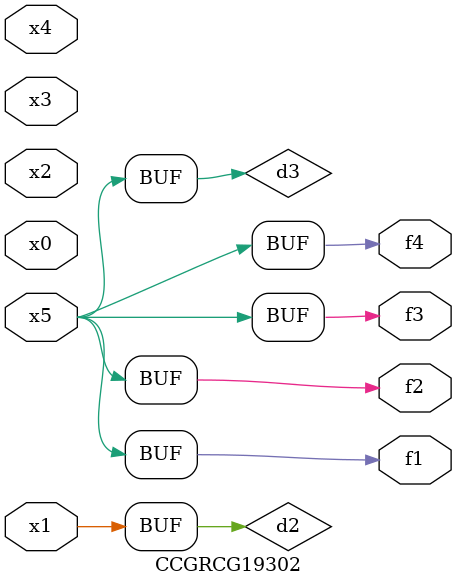
<source format=v>
module CCGRCG19302(
	input x0, x1, x2, x3, x4, x5,
	output f1, f2, f3, f4
);

	wire d1, d2, d3;

	not (d1, x5);
	or (d2, x1);
	xnor (d3, d1);
	assign f1 = d3;
	assign f2 = d3;
	assign f3 = d3;
	assign f4 = d3;
endmodule

</source>
